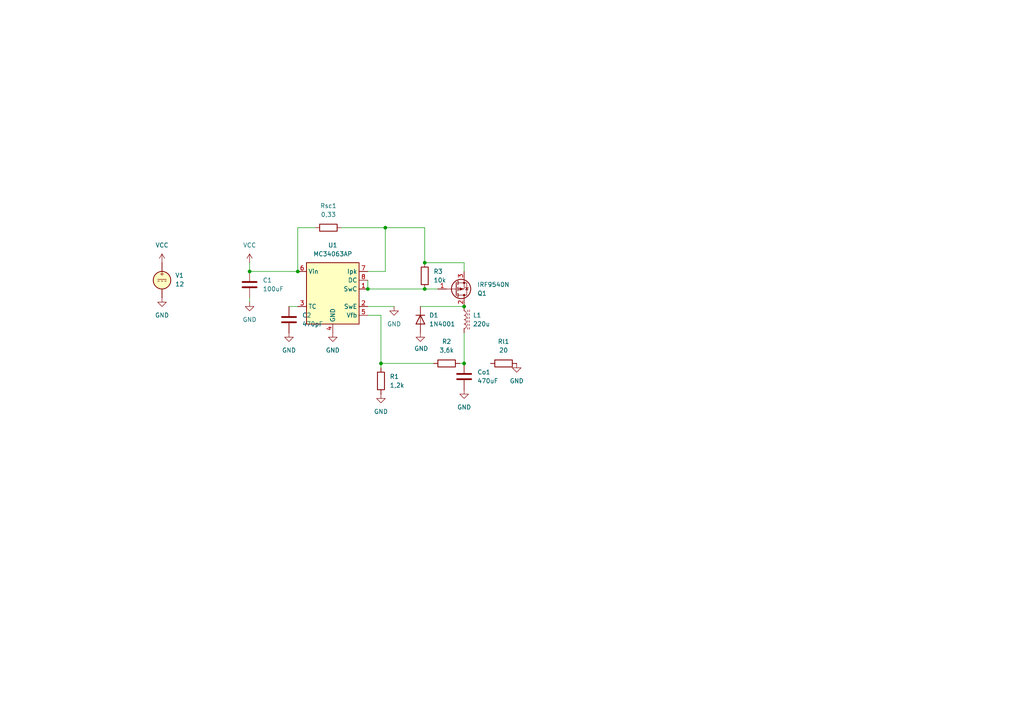
<source format=kicad_sch>
(kicad_sch (version 20250114) (generator "eeschema") (generator_version "9.0")
  (paper "A4")
  (lib_symbols
    (symbol "Device:C" (pin_numbers (hide yes)) (pin_names (offset 0.254))
      (property "Reference" "C" (at 0.635 2.54 0))
      (property "Value" "C" (at 0.635 -2.54 0))
      (symbol "C_0_1"
        (polyline (pts (xy -2.032 0.762) (xy 2.032 0.762)) (stroke (width 0.508)))
        (polyline (pts (xy -2.032 -0.762) (xy 2.032 -0.762)) (stroke (width 0.508)))
      )
      (symbol "C_1_1"
        (pin passive line (at 0 3.81 270) (length 2.794) (name "~") (number "1"))
        (pin passive line (at 0 -3.81 90) (length 2.794) (name "~") (number "2"))
      )
    )
    (symbol "Device:L_Ferrite" (pin_numbers (hide yes)) (pin_names (offset 1.016) (hide yes))
      (property "Reference" "L" (at -1.27 0 90))
      (property "Value" "L_Ferrite" (at 2.794 0 90))
      (symbol "L_Ferrite_0_1"
        (arc (start 0 2.54) (mid 0.6323 1.905) (end 0 1.27))
        (arc (start 0 1.27) (mid 0.6323 0.635) (end 0 0))
        (arc (start 0 0) (mid 0.6323 -0.635) (end 0 -1.27))
        (arc (start 0 -1.27) (mid 0.6323 -1.905) (end 0 -2.54))
        (polyline (pts (xy 1.016 2.286) (xy 1.016 2.794)))
        (polyline (pts (xy 1.016 1.27) (xy 1.016 1.778)))
        (polyline (pts (xy 1.016 0.254) (xy 1.016 0.762)))
        (polyline (pts (xy 1.016 -0.762) (xy 1.016 -0.254)))
        (polyline (pts (xy 1.016 -1.778) (xy 1.016 -1.27)))
        (polyline (pts (xy 1.016 -2.794) (xy 1.016 -2.286)))
        (polyline (pts (xy 1.524 2.794) (xy 1.524 2.286)))
        (polyline (pts (xy 1.524 1.778) (xy 1.524 1.27)))
        (polyline (pts (xy 1.524 0.762) (xy 1.524 0.254)))
        (polyline (pts (xy 1.524 -0.254) (xy 1.524 -0.762)))
        (polyline (pts (xy 1.524 -1.27) (xy 1.524 -1.778)))
        (polyline (pts (xy 1.524 -2.286) (xy 1.524 -2.794)))
      )
      (symbol "L_Ferrite_1_1"
        (pin passive line (at 0 3.81 270) (length 1.27) (name "1") (number "1"))
        (pin passive line (at 0 -3.81 90) (length 1.27) (name "2") (number "2"))
      )
    )
    (symbol "Device:R" (pin_numbers (hide yes)) (pin_names (offset 0))
      (property "Reference" "R" (at 2.032 0 90))
      (property "Value" "R" (at 0 0 90))
      (symbol "R_0_1"
        (rectangle (start -1.016 -2.54) (end 1.016 2.54) (stroke (width 0.254)))
      )
      (symbol "R_1_1"
        (pin passive line (at 0 3.81 270) (length 1.27) (name "~") (number "1"))
        (pin passive line (at 0 -3.81 90) (length 1.27) (name "~") (number "2"))
      )
    )
    (symbol "Diode:1N4001" (pin_numbers (hide yes)) (pin_names (hide yes))
      (property "Reference" "D" (at 0 2.54 0))
      (property "Value" "1N4001" (at 0 -2.54 0))
      (symbol "1N4001_0_1"
        (polyline (pts (xy -1.27 1.27) (xy -1.27 -1.27)) (stroke (width 0.254)))
        (polyline (pts (xy 1.27 1.27) (xy 1.27 -1.27) (xy -1.27 0) (xy 1.27 1.27)) (stroke (width 0.254)))
        (polyline (pts (xy 1.27 0) (xy -1.27 0)))
      )
      (symbol "1N4001_1_1"
        (pin passive line (at -3.81 0 0) (length 2.54) (name "K") (number "1"))
        (pin passive line (at 3.81 0 180) (length 2.54) (name "A") (number "2"))
      )
    )
    (symbol "Regulator_Switching:MC34063AP"
      (property "Reference" "U" (at -7.62 8.89 0))
      (property "Value" "MC34063AP" (at 0 8.89 0))
      (symbol "MC34063AP_0_1"
        (rectangle (start -7.62 7.62) (end 7.62 -10.16) (stroke (width 0.254)) (fill (type background)))
      )
      (symbol "MC34063AP_1_1"
        (pin power_in line (at -10.16 5.08 0) (length 2.54) (name "Vin") (number "6"))
        (pin passive line (at -10.16 -5.08 0) (length 2.54) (name "TC") (number "3"))
        (pin power_in line (at 0 -12.7 90) (length 2.54) (name "GND") (number "4"))
        (pin input line (at 10.16 5.08 180) (length 2.54) (name "Ipk") (number "7"))
        (pin open_collector line (at 10.16 2.54 180) (length 2.54) (name "DC") (number "8"))
        (pin open_collector line (at 10.16 0 180) (length 2.54) (name "SwC") (number "1"))
        (pin open_emitter line (at 10.16 -5.08 180) (length 2.54) (name "SwE") (number "2"))
        (pin input line (at 10.16 -7.62 180) (length 2.54) (name "Vfb") (number "5"))
      )
    )
    (symbol "Simulation_SPICE:VDC" (pin_numbers (hide yes)) (pin_names (offset 0.0254))
      (property "Reference" "V" (at 2.54 2.54 0))
      (property "Value" "1" (at 2.54 0 0))
      (symbol "VDC_0_0"
        (polyline (pts (xy -1.27 0.254) (xy 1.27 0.254)))
        (polyline (pts (xy -0.762 -0.254) (xy -1.27 -0.254)))
        (polyline (pts (xy 0.254 -0.254) (xy -0.254 -0.254)))
        (polyline (pts (xy 1.27 -0.254) (xy 0.762 -0.254)))
        (text "+" (at 0 1.905 0) (effects (font (size 1.27 1.27))))
      )
      (symbol "VDC_0_1"
        (circle (center 0 0) (radius 2.54) (stroke (width 0.254)) (fill (type background)))
      )
      (symbol "VDC_1_1"
        (pin passive line (at 0 5.08 270) (length 2.54) (name "~") (number "1"))
        (pin passive line (at 0 -5.08 90) (length 2.54) (name "~") (number "2"))
      )
    )
    (symbol "Transistor_FET:IRF9540N" (pin_names (hide yes))
      (property "Reference" "Q" (at 5.08 1.905 0))
      (property "Value" "IRF9540N" (at 5.08 0 0))
      (symbol "IRF9540N_0_1"
        (polyline (pts (xy 0.254 1.905) (xy 0.254 -1.905)) (stroke (width 0.254)))
        (polyline (pts (xy 0.254 0) (xy -2.54 0)))
        (polyline (pts (xy 0.762 2.286) (xy 0.762 1.27)) (stroke (width 0.254)))
        (polyline (pts (xy 0.762 1.778) (xy 3.302 1.778) (xy 3.302 -1.778) (xy 0.762 -1.778)))
        (polyline (pts (xy 0.762 0.508) (xy 0.762 -0.508)) (stroke (width 0.254)))
        (polyline (pts (xy 0.762 -1.27) (xy 0.762 -2.286)) (stroke (width 0.254)))
        (circle (center 1.651 0) (radius 2.794) (stroke (width 0.254)))
        (polyline (pts (xy 2.286 0) (xy 1.27 0.381) (xy 1.27 -0.381) (xy 2.286 0)) (fill (type outline)))
        (polyline (pts (xy 2.54 2.54) (xy 2.54 1.778)))
        (circle (center 2.54 1.778) (radius 0.254) (fill (type outline)))
        (circle (center 2.54 -1.778) (radius 0.254) (fill (type outline)))
        (polyline (pts (xy 2.54 -2.54) (xy 2.54 0) (xy 0.762 0)))
        (polyline (pts (xy 2.794 -0.508) (xy 2.921 -0.381) (xy 3.683 -0.381) (xy 3.81 -0.254)))
        (polyline (pts (xy 3.302 -0.381) (xy 2.921 0.254) (xy 3.683 0.254) (xy 3.302 -0.381)))
      )
      (symbol "IRF9540N_1_1"
        (pin input line (at -5.08 0 0) (length 2.54) (name "G") (number "1"))
        (pin passive line (at 2.54 5.08 270) (length 2.54) (name "D") (number "2"))
        (pin passive line (at 2.54 -5.08 90) (length 2.54) (name "S") (number "3"))
      )
    )
    (symbol "power:GND" (power) (pin_numbers (hide yes)) (pin_names (offset 0) (hide yes))
      (property "Value" "GND" (at 0 -3.81 0))
      (symbol "GND_0_1"
        (polyline (pts (xy 0 0) (xy 0 -1.27) (xy 1.27 -1.27) (xy 0 -2.54) (xy -1.27 -1.27) (xy 0 -1.27)))
      )
      (symbol "GND_1_1"
        (pin power_in line (at 0 0 270) (length 0) (name "~") (number "1"))
      )
    )
    (symbol "power:VCC" (power) (pin_numbers (hide yes)) (pin_names (offset 0) (hide yes))
      (property "Value" "VCC" (at 0 3.556 0))
      (symbol "VCC_0_1"
        (polyline (pts (xy -0.762 1.27) (xy 0 2.54)))
        (polyline (pts (xy 0 2.54) (xy 0.762 1.27)))
        (polyline (pts (xy 0 0) (xy 0 2.54)))
      )
      (symbol "VCC_1_1"
        (pin power_in line (at 0 0 90) (length 0) (name "~") (number "1"))
      )
    )
  )
  (junction (at 106.68 83.82))
  (junction (at 110.49 105.41))
  (junction (at 123.19 83.82))
  (junction (at 134.62 88.9))
  (junction (at 72.39 78.74))
  (junction (at 134.62 105.41))
  (junction (at 123.19 76.2))
  (junction (at 111.76 66.04))
  (junction (at 86.36 78.74))
  (wire (pts (xy 72.39 76.2) (xy 72.39 78.74)))
  (wire (pts (xy 106.68 81.28) (xy 106.68 83.82)))
  (wire (pts (xy 134.62 78.74) (xy 134.62 76.2)))
  (wire (pts (xy 83.82 88.9) (xy 86.36 88.9)))
  (wire (pts (xy 86.36 66.04) (xy 86.36 78.74)))
  (wire (pts (xy 134.62 96.52) (xy 134.62 105.41)))
  (wire (pts (xy 86.36 66.04) (xy 91.44 66.04)))
  (wire (pts (xy 121.92 88.9) (xy 134.62 88.9)))
  (wire (pts (xy 110.49 106.68) (xy 110.49 105.41)))
  (wire (pts (xy 72.39 87.63) (xy 72.39 86.36)))
  (wire (pts (xy 110.49 91.44) (xy 110.49 105.41)))
  (wire (pts (xy 99.06 66.04) (xy 111.76 66.04)))
  (wire (pts (xy 123.19 66.04) (xy 111.76 66.04)))
  (wire (pts (xy 111.76 66.04) (xy 111.76 78.74)))
  (wire (pts (xy 106.68 78.74) (xy 111.76 78.74)))
  (wire (pts (xy 106.68 88.9) (xy 114.3 88.9)))
  (wire (pts (xy 134.62 105.41) (xy 133.35 105.41)))
  (wire (pts (xy 134.62 76.2) (xy 123.19 76.2)))
  (wire (pts (xy 106.68 91.44) (xy 110.49 91.44)))
  (wire (pts (xy 72.39 78.74) (xy 86.36 78.74)))
  (wire (pts (xy 123.19 83.82) (xy 127 83.82)))
  (wire (pts (xy 110.49 105.41) (xy 125.73 105.41)))
  (wire (pts (xy 123.19 76.2) (xy 123.19 66.04)))
  (wire (pts (xy 106.68 83.82) (xy 123.19 83.82)))
  (symbol (lib_id "power:GND") (at 83.82 96.52 0) (unit 1)
    (property "Reference" "#PWR03" (effects (hide yes)))
    (property "Value" "GND" (at 83.82 101.6 0))
    (property "Description" "Power symbol creates a global label with name \"GND\" , ground" (effects (hide yes)))
  )
  (symbol (lib_id "Transistor_FET:IRF9540N") (at 132.08 83.82 0) (mirror x) (unit 1)
    (property "Reference" "Q1" (at 138.43 85.0901 0) (effects (justify left)))
    (property "Value" "IRF9540N" (at 138.43 82.5501 0) (effects (justify left)))
    (property "Footprint" "Package_TO_SOT_THT:TO-220-3_Vertical" (effects (hide yes)))
    (property "Datasheet" "http://www.irf.com/product-info/datasheets/data/irf9540n.pdf" (effects (hide yes)))
    (property "Description" "-23A Id, -100V Vds, 117mOhm Rds, P-Channel HEXFET Power MOSFET, TO-220" (effects (hide yes)))
    (property "Sim.Library" "C:\\Users\\kalle\\Sync\\private_sync\\kicad_models\\infineon-spice-file-irf9540npbf-sm-en.spi" (effects (hide yes)))
    (property "Sim.Name" "irf9540npbf" (effects (hide yes)))
    (property "Sim.Device" "SUBCKT" (effects (hide yes)))
    (property "Sim.Pins" "1=1 2=2 3=3" (effects (hide yes)))
  )
  (symbol (lib_id "Device:C") (at 72.39 82.55 0) (unit 1)
    (property "Reference" "C1" (at 76.2 81.2799 0) (effects (justify left)))
    (property "Value" "100uF" (at 76.2 83.8199 0) (effects (justify left)))
    (property "Footprint" "Capacitor_THT:C_Axial_L3.8mm_D2.6mm_P7.50mm_Horizontal" (effects (hide yes)))
    (property "Description" "Unpolarized capacitor" (effects (hide yes)))
  )
  (symbol (lib_id "power:GND") (at 134.62 113.03 0) (unit 1)
    (property "Reference" "#PWR07" (effects (hide yes)))
    (property "Value" "GND" (at 134.62 118.11 0))
    (property "Description" "Power symbol creates a global label with name \"GND\" , ground" (effects (hide yes)))
  )
  (symbol (lib_id "Device:C") (at 83.82 92.71 0) (unit 1)
    (property "Reference" "C2" (at 87.63 91.4399 0) (effects (justify left)))
    (property "Value" "470pF" (at 87.63 93.9799 0) (effects (justify left)))
    (property "Description" "Unpolarized capacitor" (effects (hide yes)))
  )
  (symbol (lib_id "power:VCC") (at 46.99 76.2 0) (unit 1)
    (property "Reference" "#PWR010" (effects (hide yes)))
    (property "Value" "VCC" (at 46.99 71.12 0))
    (property "Description" "Power symbol creates a global label with name \"VCC\"" (effects (hide yes)))
  )
  (symbol (lib_id "Device:C") (at 134.62 109.22 0) (unit 1)
    (property "Reference" "Co1" (at 138.43 107.9499 0) (effects (justify left)))
    (property "Value" "470uF" (at 138.43 110.4899 0) (effects (justify left)))
    (property "Footprint" "Capacitor_THT:C_Axial_L3.8mm_D2.6mm_P7.50mm_Horizontal" (effects (hide yes)))
    (property "Description" "Unpolarized capacitor" (effects (hide yes)))
  )
  (symbol (lib_id "Device:R") (at 129.54 105.41 90) (unit 1)
    (property "Reference" "R2" (at 129.54 99.06 90))
    (property "Value" "3,6k" (at 129.54 101.6 90))
    (property "Footprint" "Resistor_THT:R_Axial_DIN0204_L3.6mm_D1.6mm_P5.08mm_Vertical" (effects (hide yes)))
    (property "Description" "Resistor" (effects (hide yes)))
  )
  (symbol (lib_id "Device:R") (at 146.05 105.41 90) (unit 1)
    (property "Reference" "Rl1" (at 146.05 99.06 90))
    (property "Value" "20" (at 146.05 101.6 90))
    (property "Description" "Resistor" (effects (hide yes)))
  )
  (symbol (lib_id "Regulator_Switching:MC34063AP") (at 96.52 83.82 0) (unit 1)
    (property "Reference" "U1" (at 96.52 71.12 0))
    (property "Value" "MC34063AP" (at 96.52 73.66 0))
    (property "Footprint" "Package_SO:SOIC-8_3.9x4.9mm_P1.27mm" (effects (hide yes)))
    (property "Datasheet" "http://www.onsemi.com/pub_link/Collateral/MC34063A-D.PDF" (effects (hide yes)))
    (property "Description" "1.5A, step-up/down/inverting switching regulator, 3-40V Vin, 100kHz, DIP-8" (effects (hide yes)))
    (property "Sim.Library" "tf34063.sub" (effects (hide yes)))
    (property "Sim.Name" "tf34063" (effects (hide yes)))
    (property "Sim.Device" "SUBCKT" (effects (hide yes)))
    (property "Sim.Pins" "1=1 2=2 3=3 4=4 5=5 6=6 7=7 8=8" (effects (hide yes)))
  )
  (symbol (lib_id "Device:R") (at 123.19 80.01 0) (unit 1)
    (property "Reference" "R3" (at 125.73 78.7399 0) (effects (justify left)))
    (property "Value" "10k" (at 125.73 81.2799 0) (effects (justify left)))
    (property "Description" "Resistor" (effects (hide yes)))
  )
  (symbol (lib_id "Simulation_SPICE:VDC") (at 46.99 81.28 0) (unit 1)
    (property "Reference" "V1" (at 50.8 79.8801 0) (effects (justify left)))
    (property "Value" "12" (at 50.8 82.4201 0) (effects (justify left)))
    (property "Datasheet" "https://ngspice.sourceforge.io/docs/ngspice-html-manual/manual.xhtml#sec_Independent_Sources_for" (effects (hide yes)))
    (property "Description" "Voltage source, DC" (effects (hide yes)))
    (property "Sim.Pins" "1=+ 2=-" (effects (hide yes)))
    (property "Sim.Type" "DC" (effects (hide yes)))
    (property "Sim.Device" "V" (effects (hide yes)))
  )
  (symbol (lib_id "power:GND") (at 121.92 96.52 0) (unit 1)
    (property "Reference" "#PWR06" (effects (hide yes)))
    (property "Value" "GND" (at 122.174 101.092 0))
    (property "Description" "Power symbol creates a global label with name \"GND\" , ground" (effects (hide yes)))
  )
  (symbol (lib_id "power:GND") (at 46.99 86.36 0) (unit 1)
    (property "Reference" "#PWR08" (effects (hide yes)))
    (property "Value" "GND" (at 46.99 91.44 0))
    (property "Description" "Power symbol creates a global label with name \"GND\" , ground" (effects (hide yes)))
  )
  (symbol (lib_id "Diode:1N4001") (at 121.92 92.71 270) (unit 1)
    (property "Reference" "D1" (at 124.46 91.4399 90) (effects (justify left)))
    (property "Value" "1N4001" (at 124.46 93.9799 90) (effects (justify left)))
    (property "Footprint" "Diode_THT:D_DO-41_SOD81_P10.16mm_Horizontal" (effects (hide yes)))
    (property "Datasheet" "http://www.vishay.com/docs/88503/1n4001.pdf" (effects (hide yes)))
    (property "Description" "50V 1A General Purpose Rectifier Diode, DO-41" (effects (hide yes)))
    (property "Sim.Device" "D" (effects (hide yes)))
    (property "Sim.Pins" "1=K 2=A" (effects (hide yes)))
  )
  (symbol (lib_id "Device:L_Ferrite") (at 134.62 92.71 0) (unit 1)
    (property "Reference" "L1" (at 137.16 91.4399 0) (effects (justify left)))
    (property "Value" "220u" (at 137.16 93.9799 0) (effects (justify left)))
    (property "Footprint" "Inductor_SMD:L_Pulse_PA4332" (effects (hide yes)))
    (property "Description" "Inductor with ferrite core" (effects (hide yes)))
  )
  (symbol (lib_id "power:GND") (at 72.39 87.63 0) (unit 1)
    (property "Reference" "#PWR02" (effects (hide yes)))
    (property "Value" "GND" (at 72.39 92.71 0))
    (property "Description" "Power symbol creates a global label with name \"GND\" , ground" (effects (hide yes)))
  )
  (symbol (lib_id "power:VCC") (at 72.39 76.2 0) (unit 1)
    (property "Reference" "#PWR09" (effects (hide yes)))
    (property "Value" "VCC" (at 72.39 71.12 0))
    (property "Description" "Power symbol creates a global label with name \"VCC\"" (effects (hide yes)))
  )
  (symbol (lib_id "Device:R") (at 110.49 110.49 0) (unit 1)
    (property "Reference" "R1" (at 113.03 109.2199 0) (effects (justify left)))
    (property "Value" "1,2k" (at 113.03 111.7599 0) (effects (justify left)))
    (property "Description" "Resistor" (effects (hide yes)))
  )
  (symbol (lib_id "Device:R") (at 95.25 66.04 90) (unit 1)
    (property "Reference" "Rsc1" (at 95.25 59.69 90))
    (property "Value" "0,33" (at 95.25 62.23 90))
    (property "Footprint" "Resistor_THT:R_Axial_DIN0204_L3.6mm_D1.6mm_P5.08mm_Vertical" (effects (hide yes)))
    (property "Description" "Resistor" (effects (hide yes)))
  )
  (symbol (lib_id "power:GND") (at 149.86 105.41 0) (unit 1)
    (property "Reference" "#PWR01" (effects (hide yes)))
    (property "Value" "GND" (at 149.86 110.49 0))
    (property "Description" "Power symbol creates a global label with name \"GND\" , ground" (effects (hide yes)))
  )
  (symbol (lib_id "power:GND") (at 96.52 96.52 0) (unit 1)
    (property "Reference" "#PWR04" (effects (hide yes)))
    (property "Value" "GND" (at 96.52 101.6 0))
    (property "Description" "Power symbol creates a global label with name \"GND\" , ground" (effects (hide yes)))
  )
  (symbol (lib_id "power:GND") (at 114.3 88.9 0) (unit 1)
    (property "Reference" "#PWR011" (effects (hide yes)))
    (property "Value" "GND" (at 114.3 93.98 0))
    (property "Description" "Power symbol creates a global label with name \"GND\" , ground" (effects (hide yes)))
  )
  (symbol (lib_id "power:GND") (at 110.49 114.3 0) (unit 1)
    (property "Reference" "#PWR05" (effects (hide yes)))
    (property "Value" "GND" (at 110.49 119.38 0))
    (property "Description" "Power symbol creates a global label with name \"GND\" , ground" (effects (hide yes)))
  )
)
</source>
